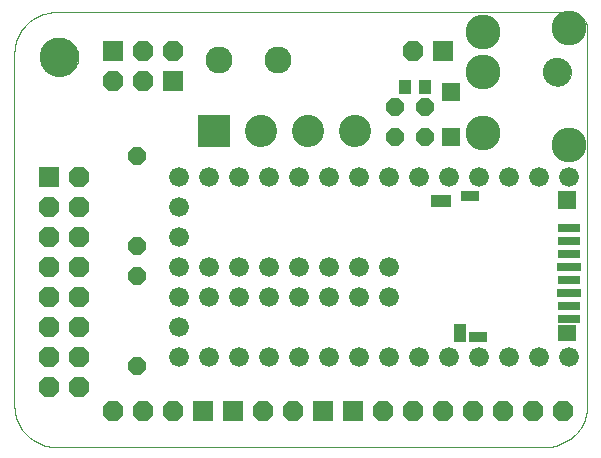
<source format=gts>
G75*
G70*
%OFA0B0*%
%FSLAX24Y24*%
%IPPOS*%
%LPD*%
%AMOC8*
5,1,8,0,0,1.08239X$1,22.5*
%
%ADD10C,0.0000*%
%ADD11R,0.0434X0.0473*%
%ADD12C,0.1073*%
%ADD13R,0.1073X0.1073*%
%ADD14C,0.0900*%
%ADD15R,0.0680X0.0680*%
%ADD16OC8,0.0680*%
%ADD17R,0.0631X0.0591*%
%ADD18R,0.0631X0.0552*%
%ADD19R,0.0729X0.0316*%
%ADD20R,0.0840X0.0316*%
%ADD21R,0.0631X0.0355*%
%ADD22R,0.0434X0.0591*%
%ADD23R,0.0591X0.0355*%
%ADD24R,0.0650X0.0434*%
%ADD25C,0.1162*%
%ADD26C,0.0946*%
%ADD27R,0.0591X0.0591*%
%ADD28C,0.1300*%
%ADD29OC8,0.0600*%
%ADD30C,0.0660*%
D10*
X001600Y004500D02*
X017900Y004500D01*
X017973Y004502D01*
X018046Y004508D01*
X018119Y004517D01*
X018191Y004531D01*
X018262Y004548D01*
X018333Y004569D01*
X018402Y004593D01*
X018469Y004621D01*
X018536Y004653D01*
X018600Y004688D01*
X018662Y004726D01*
X018723Y004767D01*
X018781Y004812D01*
X018837Y004860D01*
X018890Y004910D01*
X018940Y004963D01*
X018988Y005019D01*
X019033Y005077D01*
X019074Y005138D01*
X019112Y005200D01*
X019147Y005264D01*
X019179Y005331D01*
X019207Y005398D01*
X019231Y005467D01*
X019252Y005538D01*
X019269Y005609D01*
X019283Y005681D01*
X019292Y005754D01*
X019298Y005827D01*
X019300Y005900D01*
X019300Y018400D01*
X019301Y018445D01*
X019297Y018491D01*
X019290Y018536D01*
X019280Y018580D01*
X019266Y018623D01*
X019249Y018665D01*
X019228Y018706D01*
X019205Y018745D01*
X019178Y018782D01*
X019148Y018816D01*
X019116Y018848D01*
X019082Y018878D01*
X019045Y018905D01*
X019006Y018928D01*
X018965Y018949D01*
X018923Y018966D01*
X018880Y018980D01*
X018836Y018990D01*
X018791Y018997D01*
X018745Y019001D01*
X018700Y019000D01*
X001600Y019000D01*
X001527Y018998D01*
X001454Y018992D01*
X001381Y018983D01*
X001309Y018969D01*
X001238Y018952D01*
X001167Y018931D01*
X001098Y018907D01*
X001031Y018879D01*
X000964Y018847D01*
X000900Y018812D01*
X000838Y018774D01*
X000777Y018733D01*
X000719Y018688D01*
X000663Y018640D01*
X000610Y018590D01*
X000560Y018537D01*
X000512Y018481D01*
X000467Y018423D01*
X000426Y018362D01*
X000388Y018300D01*
X000353Y018236D01*
X000321Y018169D01*
X000293Y018102D01*
X000269Y018033D01*
X000248Y017962D01*
X000231Y017891D01*
X000217Y017819D01*
X000208Y017746D01*
X000202Y017673D01*
X000200Y017600D01*
X000200Y005900D01*
X000202Y005827D01*
X000208Y005754D01*
X000217Y005681D01*
X000231Y005609D01*
X000248Y005538D01*
X000269Y005467D01*
X000293Y005398D01*
X000321Y005331D01*
X000353Y005264D01*
X000388Y005200D01*
X000426Y005138D01*
X000467Y005077D01*
X000512Y005019D01*
X000560Y004963D01*
X000610Y004910D01*
X000663Y004860D01*
X000719Y004812D01*
X000777Y004767D01*
X000838Y004726D01*
X000900Y004688D01*
X000964Y004653D01*
X001031Y004621D01*
X001098Y004593D01*
X001167Y004569D01*
X001238Y004548D01*
X001309Y004531D01*
X001381Y004517D01*
X001454Y004508D01*
X001527Y004502D01*
X001600Y004500D01*
X001070Y017500D02*
X001072Y017550D01*
X001078Y017600D01*
X001088Y017649D01*
X001102Y017697D01*
X001119Y017744D01*
X001140Y017789D01*
X001165Y017833D01*
X001193Y017874D01*
X001225Y017913D01*
X001259Y017950D01*
X001296Y017984D01*
X001336Y018014D01*
X001378Y018041D01*
X001422Y018065D01*
X001468Y018086D01*
X001515Y018102D01*
X001563Y018115D01*
X001613Y018124D01*
X001662Y018129D01*
X001713Y018130D01*
X001763Y018127D01*
X001812Y018120D01*
X001861Y018109D01*
X001909Y018094D01*
X001955Y018076D01*
X002000Y018054D01*
X002043Y018028D01*
X002084Y017999D01*
X002123Y017967D01*
X002159Y017932D01*
X002191Y017894D01*
X002221Y017854D01*
X002248Y017811D01*
X002271Y017767D01*
X002290Y017721D01*
X002306Y017673D01*
X002318Y017624D01*
X002326Y017575D01*
X002330Y017525D01*
X002330Y017475D01*
X002326Y017425D01*
X002318Y017376D01*
X002306Y017327D01*
X002290Y017279D01*
X002271Y017233D01*
X002248Y017189D01*
X002221Y017146D01*
X002191Y017106D01*
X002159Y017068D01*
X002123Y017033D01*
X002084Y017001D01*
X002043Y016972D01*
X002000Y016946D01*
X001955Y016924D01*
X001909Y016906D01*
X001861Y016891D01*
X001812Y016880D01*
X001763Y016873D01*
X001713Y016870D01*
X001662Y016871D01*
X001613Y016876D01*
X001563Y016885D01*
X001515Y016898D01*
X001468Y016914D01*
X001422Y016935D01*
X001378Y016959D01*
X001336Y016986D01*
X001296Y017016D01*
X001259Y017050D01*
X001225Y017087D01*
X001193Y017126D01*
X001165Y017167D01*
X001140Y017211D01*
X001119Y017256D01*
X001102Y017303D01*
X001088Y017351D01*
X001078Y017400D01*
X001072Y017450D01*
X001070Y017500D01*
X017847Y017000D02*
X017849Y017042D01*
X017855Y017084D01*
X017865Y017126D01*
X017878Y017166D01*
X017896Y017205D01*
X017917Y017242D01*
X017941Y017276D01*
X017969Y017309D01*
X017999Y017339D01*
X018032Y017365D01*
X018067Y017389D01*
X018105Y017409D01*
X018144Y017425D01*
X018184Y017438D01*
X018226Y017447D01*
X018268Y017452D01*
X018311Y017453D01*
X018353Y017450D01*
X018395Y017443D01*
X018436Y017432D01*
X018476Y017417D01*
X018514Y017399D01*
X018551Y017377D01*
X018585Y017352D01*
X018617Y017324D01*
X018645Y017293D01*
X018671Y017259D01*
X018694Y017223D01*
X018713Y017186D01*
X018729Y017146D01*
X018741Y017105D01*
X018749Y017064D01*
X018753Y017021D01*
X018753Y016979D01*
X018749Y016936D01*
X018741Y016895D01*
X018729Y016854D01*
X018713Y016814D01*
X018694Y016777D01*
X018671Y016741D01*
X018645Y016707D01*
X018617Y016676D01*
X018585Y016648D01*
X018551Y016623D01*
X018514Y016601D01*
X018476Y016583D01*
X018436Y016568D01*
X018395Y016557D01*
X018353Y016550D01*
X018311Y016547D01*
X018268Y016548D01*
X018226Y016553D01*
X018184Y016562D01*
X018144Y016575D01*
X018105Y016591D01*
X018067Y016611D01*
X018032Y016635D01*
X017999Y016661D01*
X017969Y016691D01*
X017941Y016724D01*
X017917Y016758D01*
X017896Y016795D01*
X017878Y016834D01*
X017865Y016874D01*
X017855Y016916D01*
X017849Y016958D01*
X017847Y017000D01*
D11*
X013885Y016500D03*
X013215Y016500D03*
D12*
X011540Y015050D03*
X009980Y015050D03*
X008420Y015050D03*
D13*
X006860Y015050D03*
D14*
X007016Y017400D03*
X008984Y017400D03*
D15*
X005500Y016700D03*
X003500Y017700D03*
X001350Y013500D03*
X006500Y005700D03*
X007500Y005700D03*
X010500Y005700D03*
X011500Y005700D03*
X014500Y017700D03*
D16*
X013500Y017700D03*
X005500Y017700D03*
X004500Y017700D03*
X004500Y016700D03*
X003500Y016700D03*
X002350Y013500D03*
X002350Y012500D03*
X002350Y011500D03*
X002350Y010500D03*
X002350Y009500D03*
X002350Y008500D03*
X001350Y008500D03*
X001350Y009500D03*
X001350Y010500D03*
X001350Y011500D03*
X001350Y012500D03*
X001350Y007500D03*
X001350Y006500D03*
X002350Y006500D03*
X002350Y007500D03*
X003500Y005700D03*
X004500Y005700D03*
X005500Y005700D03*
X008500Y005700D03*
X009500Y005700D03*
X012500Y005700D03*
X013500Y005700D03*
X014500Y005700D03*
X015500Y005700D03*
X016500Y005700D03*
X017500Y005700D03*
X018500Y005700D03*
D17*
X018633Y012737D03*
D18*
X018633Y008288D03*
D19*
X018673Y008780D03*
X018673Y009193D03*
X018673Y010059D03*
X018673Y010926D03*
X018673Y011359D03*
X018673Y011792D03*
D20*
X018673Y010493D03*
X018673Y009626D03*
D21*
X015641Y008170D03*
D22*
X015051Y008288D03*
D23*
X015385Y012855D03*
D24*
X014421Y012717D03*
D25*
X015820Y014953D03*
X015820Y017000D03*
X015820Y018339D03*
X018694Y018457D03*
X018694Y014559D03*
D26*
X018300Y017000D03*
D27*
X014750Y016348D03*
X014750Y014852D03*
D28*
X001700Y017500D03*
D29*
X004300Y014200D03*
X004300Y011200D03*
X004300Y010200D03*
X004300Y007200D03*
X012900Y014850D03*
X013900Y014850D03*
X013900Y015850D03*
X012900Y015850D03*
D30*
X012700Y013500D03*
X011700Y013500D03*
X010700Y013500D03*
X009700Y013500D03*
X008700Y013500D03*
X007700Y013500D03*
X006700Y013500D03*
X005700Y013500D03*
X005700Y012500D03*
X005700Y011500D03*
X005700Y010500D03*
X005700Y009500D03*
X005700Y008500D03*
X006700Y009500D03*
X006700Y010500D03*
X007700Y010500D03*
X007700Y009500D03*
X008700Y009500D03*
X009700Y009500D03*
X009700Y010500D03*
X008700Y010500D03*
X010700Y010500D03*
X010700Y009500D03*
X011700Y009500D03*
X011700Y010500D03*
X012700Y010500D03*
X012700Y009500D03*
X012700Y007500D03*
X011700Y007500D03*
X010700Y007500D03*
X009700Y007500D03*
X008700Y007500D03*
X007700Y007500D03*
X006700Y007500D03*
X005700Y007500D03*
X013700Y007500D03*
X014700Y007500D03*
X015700Y007500D03*
X016700Y007500D03*
X017700Y007500D03*
X018700Y007500D03*
X018700Y013500D03*
X017700Y013500D03*
X016700Y013500D03*
X015700Y013500D03*
X014700Y013500D03*
X013700Y013500D03*
M02*

</source>
